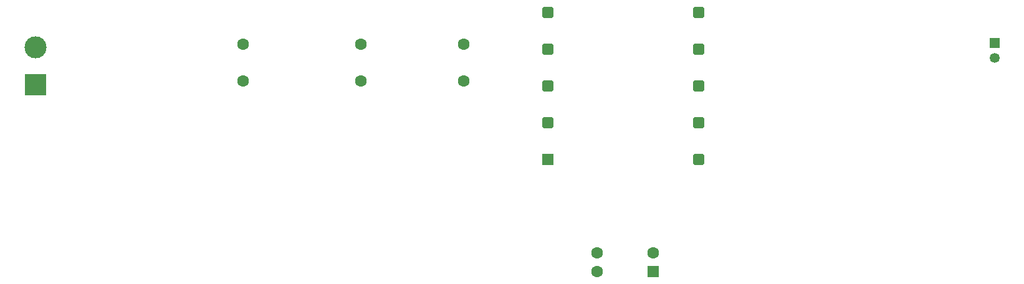
<source format=gbr>
%TF.GenerationSoftware,KiCad,Pcbnew,9.0.1*%
%TF.CreationDate,2025-04-25T14:26:40+02:00*%
%TF.ProjectId,flyback,666c7962-6163-46b2-9e6b-696361645f70,rev?*%
%TF.SameCoordinates,Original*%
%TF.FileFunction,Soldermask,Bot*%
%TF.FilePolarity,Negative*%
%FSLAX46Y46*%
G04 Gerber Fmt 4.6, Leading zero omitted, Abs format (unit mm)*
G04 Created by KiCad (PCBNEW 9.0.1) date 2025-04-25 14:26:40*
%MOMM*%
%LPD*%
G01*
G04 APERTURE LIST*
G04 Aperture macros list*
%AMRoundRect*
0 Rectangle with rounded corners*
0 $1 Rounding radius*
0 $2 $3 $4 $5 $6 $7 $8 $9 X,Y pos of 4 corners*
0 Add a 4 corners polygon primitive as box body*
4,1,4,$2,$3,$4,$5,$6,$7,$8,$9,$2,$3,0*
0 Add four circle primitives for the rounded corners*
1,1,$1+$1,$2,$3*
1,1,$1+$1,$4,$5*
1,1,$1+$1,$6,$7*
1,1,$1+$1,$8,$9*
0 Add four rect primitives between the rounded corners*
20,1,$1+$1,$2,$3,$4,$5,0*
20,1,$1+$1,$4,$5,$6,$7,0*
20,1,$1+$1,$6,$7,$8,$9,0*
20,1,$1+$1,$8,$9,$2,$3,0*%
G04 Aperture macros list end*
%ADD10RoundRect,0.250000X0.550000X0.550000X-0.550000X0.550000X-0.550000X-0.550000X0.550000X-0.550000X0*%
%ADD11C,1.600000*%
%ADD12R,1.350000X1.350000*%
%ADD13C,1.350000*%
%ADD14RoundRect,0.225000X-0.525000X-0.525000X0.525000X-0.525000X0.525000X0.525000X-0.525000X0.525000X0*%
%ADD15R,1.500000X1.500000*%
%ADD16R,3.000000X3.000000*%
%ADD17C,3.000000*%
G04 APERTURE END LIST*
D10*
%TO.C,U2*%
X168325000Y-92215000D03*
D11*
X168325000Y-89675000D03*
X160705000Y-89675000D03*
X160705000Y-92215000D03*
%TD*%
D12*
%TO.C,J2*%
X214750000Y-61200000D03*
D13*
X214750000Y-63200000D03*
%TD*%
D14*
%TO.C,U4*%
X154000000Y-57000000D03*
X154000000Y-62000000D03*
X154000000Y-67000000D03*
X154000000Y-72000000D03*
D15*
X154000000Y-77000000D03*
D14*
X174500000Y-77000000D03*
X174500000Y-72000000D03*
X174500000Y-67000000D03*
X174500000Y-62000000D03*
X174500000Y-57000000D03*
%TD*%
D16*
%TO.C,J1*%
X84400000Y-66830000D03*
D17*
X84400000Y-61750000D03*
%TD*%
D11*
%TO.C,C8*%
X142600000Y-66300000D03*
X142600000Y-61300000D03*
%TD*%
%TO.C,C7*%
X128600000Y-66300000D03*
X128600000Y-61300000D03*
%TD*%
%TO.C,C6*%
X112600000Y-66300000D03*
X112600000Y-61300000D03*
%TD*%
M02*

</source>
